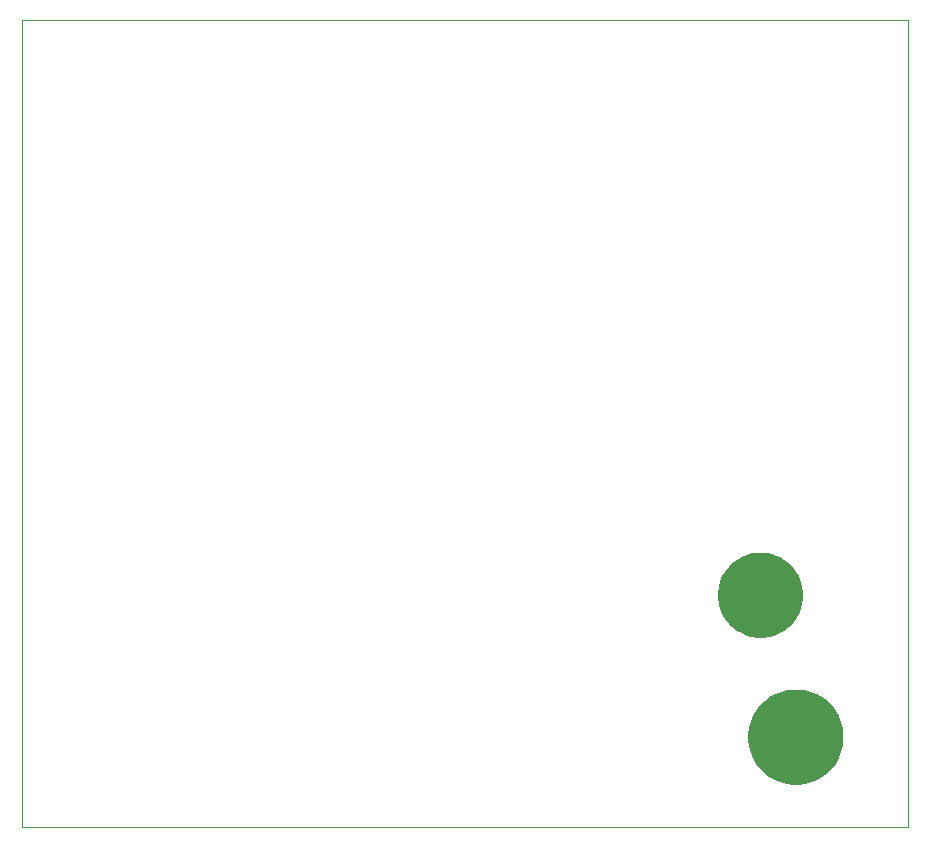
<source format=gbr>
%FSTAX23Y23*%
%MOIN*%
%SFA1B1*%

%IPPOS*%
%ADD33C,0.001000*%
%LNpcb2_profile-1*%
%LPD*%
G36*
X05077Y01299D02*
Y01288D01*
X0508Y01268*
X05085Y01248*
X05093Y01228*
X05103Y0121*
X05116Y01194*
X05131Y01179*
X05147Y01166*
X05165Y01156*
X05185Y01148*
X05205Y01143*
X05225Y0114*
X05236*
X05246*
X05267Y01143*
X05287Y01148*
X05306Y01156*
X05324Y01166*
X05341Y01179*
X05355Y01194*
X05368Y0121*
X05378Y01228*
X05386Y01248*
X05392Y01268*
X05394Y01288*
Y01299*
Y01309*
X05392Y0133*
X05386Y0135*
X05378Y01369*
X05368Y01387*
X05355Y01404*
X05341Y01418*
X05324Y01431*
X05306Y01441*
X05287Y01449*
X05267Y01455*
X05246Y01457*
X05236*
X05225*
X05205Y01455*
X05185Y01449*
X05165Y01441*
X05147Y01431*
X05131Y01418*
X05116Y01404*
X05103Y01387*
X05093Y01369*
X05085Y0135*
X0508Y0133*
X05077Y01309*
Y01299*
G37*
G36*
X04976Y01771D02*
Y01762D01*
X04978Y01743*
X04983Y01725*
X0499Y01708*
X04999Y01692*
X05011Y01677*
X05024Y01664*
X05039Y01653*
X05055Y01644*
X05072Y01636*
X0509Y01632*
X05108Y01629*
X05118*
X05127*
X05145Y01632*
X05163Y01636*
X05181Y01644*
X05197Y01653*
X05211Y01664*
X05225Y01677*
X05236Y01692*
X05245Y01708*
X05252Y01725*
X05257Y01743*
X0526Y01762*
Y01771*
Y0178*
X05257Y01799*
X05252Y01817*
X05245Y01834*
X05236Y0185*
X05225Y01865*
X05211Y01878*
X05197Y01889*
X05181Y01899*
X05163Y01906*
X05145Y01911*
X05127Y01913*
X05118*
X05108*
X0509Y01911*
X05072Y01906*
X05055Y01899*
X05039Y01889*
X05024Y01878*
X05011Y01865*
X04999Y0185*
X0499Y01834*
X04983Y01817*
X04978Y01799*
X04976Y0178*
Y01771*
G37*
G54D33*
X02657Y01D02*
Y0369D01*
X0561*
Y01*
X02657*
M02*
</source>
